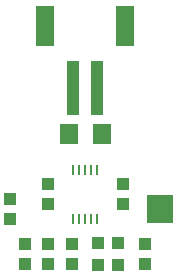
<source format=gbr>
G04 EAGLE Gerber RS-274X export*
G75*
%MOMM*%
%FSLAX34Y34*%
%LPD*%
%INSolderpaste Top*%
%IPPOS*%
%AMOC8*
5,1,8,0,0,1.08239X$1,22.5*%
G01*
%ADD10R,1.600000X1.800000*%
%ADD11R,0.250000X0.875000*%
%ADD12R,1.000000X1.100000*%
%ADD13R,1.100000X1.000000*%
%ADD14R,1.000000X4.600000*%
%ADD15R,1.600000X3.400000*%
%ADD16R,1.270000X0.635000*%
%ADD17R,2.286000X2.438400*%


D10*
X62200Y190500D03*
X90200Y190500D03*
D11*
X86200Y160325D03*
X81200Y160325D03*
X76200Y160325D03*
X71200Y160325D03*
X66200Y160325D03*
X66200Y119075D03*
X71200Y119075D03*
X76200Y119075D03*
X81200Y119075D03*
X86200Y119075D03*
D12*
X44450Y131200D03*
X44450Y148200D03*
X107950Y131200D03*
X107950Y148200D03*
X127000Y97400D03*
X127000Y80400D03*
D13*
X103750Y79375D03*
X86750Y79375D03*
D12*
X44450Y97400D03*
X44450Y80400D03*
X25400Y80400D03*
X25400Y97400D03*
X65088Y97400D03*
X65088Y80400D03*
D13*
X86750Y98425D03*
X103750Y98425D03*
D14*
X66200Y229700D03*
X86200Y229700D03*
D15*
X42200Y281700D03*
X110200Y281700D03*
D16*
X139700Y131119D03*
X139700Y122881D03*
D17*
X139700Y127000D03*
D12*
X12700Y118500D03*
X12700Y135500D03*
M02*

</source>
